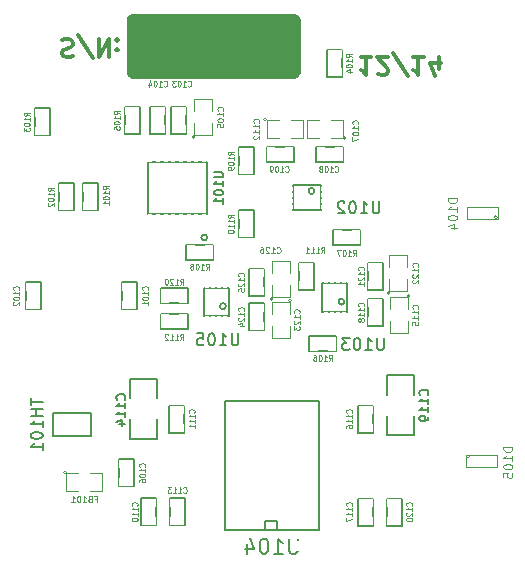
<source format=gbo>
G04 (created by PCBNEW (2013-07-07 BZR 4022)-stable) date 19.12.2014 22:13:32*
%MOIN*%
G04 Gerber Fmt 3.4, Leading zero omitted, Abs format*
%FSLAX34Y34*%
G01*
G70*
G90*
G04 APERTURE LIST*
%ADD10C,0.00590551*%
%ADD11C,0.011811*%
%ADD12C,0.0031*%
%ADD13C,0.008*%
%ADD14C,0.005*%
%ADD15C,0.0039*%
%ADD16C,0.006*%
%ADD17C,0.0047*%
%ADD18C,0.0043*%
%ADD19C,0.0045*%
%ADD20C,0.01*%
%ADD21C,0.06*%
%ADD22C,0.1063*%
%ADD23R,0.0315X0.0394*%
%ADD24R,0.045X0.02*%
%ADD25R,0.08X0.06*%
%ADD26R,0.055X0.035*%
%ADD27R,0.035X0.055*%
%ADD28R,0.045X0.025*%
%ADD29R,0.025X0.045*%
%ADD30R,0.125984X0.0590551*%
%ADD31C,0.09*%
%ADD32R,0.0314961X0.011811*%
%ADD33R,0.011811X0.0314961*%
%ADD34R,0.0138X0.0551*%
%ADD35C,0.110236*%
%ADD36C,0.035*%
G04 APERTURE END LIST*
G54D10*
G54D11*
X13565Y17789D02*
X13228Y17789D01*
X13397Y17789D02*
X13397Y17198D01*
X13340Y17282D01*
X13284Y17339D01*
X13228Y17367D01*
X13790Y17254D02*
X13818Y17226D01*
X13875Y17198D01*
X14015Y17198D01*
X14071Y17226D01*
X14100Y17254D01*
X14128Y17310D01*
X14128Y17367D01*
X14100Y17451D01*
X13762Y17789D01*
X14128Y17789D01*
X14803Y17170D02*
X14296Y17929D01*
X15309Y17789D02*
X14971Y17789D01*
X15140Y17789D02*
X15140Y17198D01*
X15084Y17282D01*
X15028Y17339D01*
X14971Y17367D01*
X15815Y17395D02*
X15815Y17789D01*
X15674Y17170D02*
X15534Y17592D01*
X15899Y17592D01*
X3271Y18360D02*
X3356Y18389D01*
X3496Y18389D01*
X3553Y18360D01*
X3581Y18332D01*
X3609Y18276D01*
X3609Y18220D01*
X3581Y18164D01*
X3553Y18135D01*
X3496Y18107D01*
X3384Y18079D01*
X3328Y18051D01*
X3300Y18023D01*
X3271Y17967D01*
X3271Y17910D01*
X3300Y17854D01*
X3328Y17826D01*
X3384Y17798D01*
X3525Y17798D01*
X3609Y17826D01*
X4284Y17770D02*
X3778Y18529D01*
X4481Y18389D02*
X4481Y17798D01*
X4818Y18389D01*
X4818Y17798D01*
X5099Y18332D02*
X5128Y18360D01*
X5099Y18389D01*
X5071Y18360D01*
X5099Y18332D01*
X5099Y18389D01*
X5099Y18023D02*
X5128Y18051D01*
X5099Y18079D01*
X5071Y18051D01*
X5099Y18023D01*
X5099Y18079D01*
G54D12*
X16849Y4488D02*
G75*
G03X16849Y4488I-62J0D01*
G74*
G01*
X17750Y4150D02*
X17750Y4550D01*
X16725Y4150D02*
X16725Y4550D01*
X17750Y4550D02*
X16725Y4550D01*
X16725Y4150D02*
X17750Y4150D01*
X17775Y12462D02*
G75*
G03X17775Y12462I-62J0D01*
G74*
G01*
X16750Y12800D02*
X16750Y12400D01*
X17775Y12800D02*
X17775Y12400D01*
X16750Y12400D02*
X17775Y12400D01*
X17775Y12800D02*
X16750Y12800D01*
G54D13*
X8675Y2029D02*
X11825Y2029D01*
X11825Y6329D02*
X8675Y6329D01*
X11825Y2029D02*
X11825Y6329D01*
X8675Y6329D02*
X8675Y2029D01*
X10425Y2029D02*
X10425Y2329D01*
X10425Y2329D02*
X10025Y2329D01*
X10025Y2329D02*
X10025Y2029D01*
G54D14*
X15000Y5200D02*
X14100Y5200D01*
X14100Y5200D02*
X14100Y5850D01*
X15000Y6550D02*
X15000Y7200D01*
X15000Y7200D02*
X14100Y7200D01*
X14100Y7200D02*
X14100Y6550D01*
X15000Y5850D02*
X15000Y5200D01*
X6425Y5079D02*
X5525Y5079D01*
X5525Y5079D02*
X5525Y5729D01*
X6425Y6429D02*
X6425Y7079D01*
X6425Y7079D02*
X5525Y7079D01*
X5525Y7079D02*
X5525Y6429D01*
X6425Y5729D02*
X6425Y5079D01*
G54D15*
X10899Y9689D02*
G75*
G03X10899Y9689I-50J0D01*
G74*
G01*
X10849Y9239D02*
X10849Y9639D01*
X10849Y9639D02*
X10249Y9639D01*
X10249Y9639D02*
X10249Y9239D01*
X10249Y8839D02*
X10249Y8439D01*
X10249Y8439D02*
X10849Y8439D01*
X10849Y8439D02*
X10849Y8839D01*
X10299Y9739D02*
G75*
G03X10299Y9739I-50J0D01*
G74*
G01*
X10249Y10189D02*
X10249Y9789D01*
X10249Y9789D02*
X10849Y9789D01*
X10849Y9789D02*
X10849Y10189D01*
X10849Y10589D02*
X10849Y10989D01*
X10849Y10989D02*
X10249Y10989D01*
X10249Y10989D02*
X10249Y10589D01*
X14849Y9839D02*
G75*
G03X14849Y9839I-50J0D01*
G74*
G01*
X14799Y9389D02*
X14799Y9789D01*
X14799Y9789D02*
X14199Y9789D01*
X14199Y9789D02*
X14199Y9389D01*
X14199Y8989D02*
X14199Y8589D01*
X14199Y8589D02*
X14799Y8589D01*
X14799Y8589D02*
X14799Y8989D01*
X14199Y9939D02*
G75*
G03X14199Y9939I-50J0D01*
G74*
G01*
X14149Y10389D02*
X14149Y9989D01*
X14149Y9989D02*
X14749Y9989D01*
X14749Y9989D02*
X14749Y10389D01*
X14749Y10789D02*
X14749Y11189D01*
X14749Y11189D02*
X14149Y11189D01*
X14149Y11189D02*
X14149Y10789D01*
X10074Y15714D02*
G75*
G03X10074Y15714I-50J0D01*
G74*
G01*
X10474Y15714D02*
X10074Y15714D01*
X10074Y15714D02*
X10074Y15114D01*
X10074Y15114D02*
X10474Y15114D01*
X10874Y15114D02*
X11274Y15114D01*
X11274Y15114D02*
X11274Y15714D01*
X11274Y15714D02*
X10874Y15714D01*
X12724Y15114D02*
G75*
G03X12724Y15114I-50J0D01*
G74*
G01*
X12224Y15114D02*
X12624Y15114D01*
X12624Y15114D02*
X12624Y15714D01*
X12624Y15714D02*
X12224Y15714D01*
X11824Y15714D02*
X11424Y15714D01*
X11424Y15714D02*
X11424Y15114D01*
X11424Y15114D02*
X11824Y15114D01*
X7699Y15139D02*
G75*
G03X7699Y15139I-50J0D01*
G74*
G01*
X7649Y15589D02*
X7649Y15189D01*
X7649Y15189D02*
X8249Y15189D01*
X8249Y15189D02*
X8249Y15589D01*
X8249Y15989D02*
X8249Y16389D01*
X8249Y16389D02*
X7649Y16389D01*
X7649Y16389D02*
X7649Y15989D01*
X3400Y3950D02*
G75*
G03X3400Y3950I-50J0D01*
G74*
G01*
X3800Y3950D02*
X3400Y3950D01*
X3400Y3950D02*
X3400Y3350D01*
X3400Y3350D02*
X3800Y3350D01*
X4200Y3350D02*
X4600Y3350D01*
X4600Y3350D02*
X4600Y3950D01*
X4600Y3950D02*
X4200Y3950D01*
G54D14*
X5350Y16150D02*
X5350Y15250D01*
X5350Y15250D02*
X5850Y15250D01*
X5850Y15250D02*
X5850Y16150D01*
X5850Y16150D02*
X5350Y16150D01*
X13949Y10039D02*
X13949Y10939D01*
X13949Y10939D02*
X13449Y10939D01*
X13449Y10939D02*
X13449Y10039D01*
X13449Y10039D02*
X13949Y10039D01*
X9499Y9589D02*
X9499Y8689D01*
X9499Y8689D02*
X9999Y8689D01*
X9999Y8689D02*
X9999Y9589D01*
X9999Y9589D02*
X9499Y9589D01*
X9999Y9839D02*
X9999Y10739D01*
X9999Y10739D02*
X9499Y10739D01*
X9499Y10739D02*
X9499Y9839D01*
X9499Y9839D02*
X9999Y9839D01*
X11499Y7989D02*
X12399Y7989D01*
X12399Y7989D02*
X12399Y8489D01*
X12399Y8489D02*
X11499Y8489D01*
X11499Y8489D02*
X11499Y7989D01*
X11649Y10039D02*
X11649Y10939D01*
X11649Y10939D02*
X11149Y10939D01*
X11149Y10939D02*
X11149Y10039D01*
X11149Y10039D02*
X11649Y10039D01*
X6549Y8739D02*
X7449Y8739D01*
X7449Y8739D02*
X7449Y9239D01*
X7449Y9239D02*
X6549Y9239D01*
X6549Y9239D02*
X6549Y8739D01*
X6549Y9589D02*
X7449Y9589D01*
X7449Y9589D02*
X7449Y10089D01*
X7449Y10089D02*
X6549Y10089D01*
X6549Y10089D02*
X6549Y9589D01*
X12624Y14814D02*
X11724Y14814D01*
X11724Y14814D02*
X11724Y14314D01*
X11724Y14314D02*
X12624Y14314D01*
X12624Y14314D02*
X12624Y14814D01*
X10074Y14314D02*
X10974Y14314D01*
X10974Y14314D02*
X10974Y14814D01*
X10974Y14814D02*
X10074Y14814D01*
X10074Y14814D02*
X10074Y14314D01*
X12100Y18050D02*
X12100Y17150D01*
X12100Y17150D02*
X12600Y17150D01*
X12600Y17150D02*
X12600Y18050D01*
X12600Y18050D02*
X12100Y18050D01*
X5249Y10289D02*
X5249Y9389D01*
X5249Y9389D02*
X5749Y9389D01*
X5749Y9389D02*
X5749Y10289D01*
X5749Y10289D02*
X5249Y10289D01*
X3649Y12689D02*
X3649Y13589D01*
X3649Y13589D02*
X3149Y13589D01*
X3149Y13589D02*
X3149Y12689D01*
X3149Y12689D02*
X3649Y12689D01*
X4449Y12689D02*
X4449Y13589D01*
X4449Y13589D02*
X3949Y13589D01*
X3949Y13589D02*
X3949Y12689D01*
X3949Y12689D02*
X4449Y12689D01*
X2350Y16100D02*
X2350Y15200D01*
X2350Y15200D02*
X2850Y15200D01*
X2850Y15200D02*
X2850Y16100D01*
X2850Y16100D02*
X2350Y16100D01*
X7325Y5279D02*
X7325Y6179D01*
X7325Y6179D02*
X6825Y6179D01*
X6825Y6179D02*
X6825Y5279D01*
X6825Y5279D02*
X7325Y5279D01*
X13625Y5279D02*
X13625Y6179D01*
X13625Y6179D02*
X13125Y6179D01*
X13125Y6179D02*
X13125Y5279D01*
X13125Y5279D02*
X13625Y5279D01*
X13125Y3079D02*
X13125Y2179D01*
X13125Y2179D02*
X13625Y2179D01*
X13625Y2179D02*
X13625Y3079D01*
X13625Y3079D02*
X13125Y3079D01*
X14075Y3079D02*
X14075Y2179D01*
X14075Y2179D02*
X14575Y2179D01*
X14575Y2179D02*
X14575Y3079D01*
X14575Y3079D02*
X14075Y3079D01*
X5900Y3100D02*
X5900Y2200D01*
X5900Y2200D02*
X6400Y2200D01*
X6400Y2200D02*
X6400Y3100D01*
X6400Y3100D02*
X5900Y3100D01*
X6850Y3100D02*
X6850Y2200D01*
X6850Y2200D02*
X7350Y2200D01*
X7350Y2200D02*
X7350Y3100D01*
X7350Y3100D02*
X6850Y3100D01*
X6699Y15239D02*
X6699Y16139D01*
X6699Y16139D02*
X6199Y16139D01*
X6199Y16139D02*
X6199Y15239D01*
X6199Y15239D02*
X6699Y15239D01*
X7399Y15239D02*
X7399Y16139D01*
X7399Y16139D02*
X6899Y16139D01*
X6899Y16139D02*
X6899Y15239D01*
X6899Y15239D02*
X7399Y15239D01*
X5650Y3500D02*
X5650Y4400D01*
X5650Y4400D02*
X5150Y4400D01*
X5150Y4400D02*
X5150Y3500D01*
X5150Y3500D02*
X5650Y3500D01*
X2049Y10289D02*
X2049Y9389D01*
X2049Y9389D02*
X2549Y9389D01*
X2549Y9389D02*
X2549Y10289D01*
X2549Y10289D02*
X2049Y10289D01*
X13449Y9739D02*
X13449Y8839D01*
X13449Y8839D02*
X13949Y8839D01*
X13949Y8839D02*
X13949Y9739D01*
X13949Y9739D02*
X13449Y9739D01*
X12299Y11539D02*
X13199Y11539D01*
X13199Y11539D02*
X13199Y12039D01*
X13199Y12039D02*
X12299Y12039D01*
X12299Y12039D02*
X12299Y11539D01*
X7400Y11050D02*
X8300Y11050D01*
X8300Y11050D02*
X8300Y11550D01*
X8300Y11550D02*
X7400Y11550D01*
X7400Y11550D02*
X7400Y11050D01*
X9649Y13889D02*
X9649Y14789D01*
X9649Y14789D02*
X9149Y14789D01*
X9149Y14789D02*
X9149Y13889D01*
X9149Y13889D02*
X9649Y13889D01*
X9649Y11789D02*
X9649Y12689D01*
X9649Y12689D02*
X9149Y12689D01*
X9149Y12689D02*
X9149Y11789D01*
X9149Y11789D02*
X9649Y11789D01*
G54D10*
X2970Y5943D02*
X2970Y5156D01*
X2970Y5156D02*
X4229Y5156D01*
X4229Y5156D02*
X4229Y5943D01*
X4229Y5943D02*
X2970Y5943D01*
X10951Y13527D02*
X10951Y12700D01*
X10951Y12700D02*
X11896Y12700D01*
X11896Y12700D02*
X11896Y13527D01*
X11896Y13527D02*
X10951Y13527D01*
G54D16*
X11668Y13337D02*
G75*
G03X11668Y13337I-100J0D01*
G74*
G01*
G54D10*
X12762Y10261D02*
X11935Y10261D01*
X11935Y10261D02*
X11935Y9316D01*
X11935Y9316D02*
X12762Y9316D01*
X12762Y9316D02*
X12762Y10261D01*
G54D16*
X12672Y9645D02*
G75*
G03X12672Y9645I-100J0D01*
G74*
G01*
G54D10*
X8812Y10111D02*
X7985Y10111D01*
X7985Y10111D02*
X7985Y9166D01*
X7985Y9166D02*
X8812Y9166D01*
X8812Y9166D02*
X8812Y10111D01*
G54D16*
X8722Y9495D02*
G75*
G03X8722Y9495I-100J0D01*
G74*
G01*
G54D13*
X8099Y11789D02*
G75*
G03X8099Y11789I-100J0D01*
G74*
G01*
X8083Y14305D02*
X8083Y12573D01*
X8083Y12573D02*
X6115Y12573D01*
X6115Y12573D02*
X6115Y14305D01*
X6115Y14305D02*
X8083Y14305D01*
G54D17*
X18271Y4807D02*
X17971Y4807D01*
X17971Y4735D01*
X17985Y4692D01*
X18014Y4664D01*
X18042Y4650D01*
X18100Y4635D01*
X18142Y4635D01*
X18200Y4650D01*
X18228Y4664D01*
X18257Y4692D01*
X18271Y4735D01*
X18271Y4807D01*
X18271Y4350D02*
X18271Y4521D01*
X18271Y4435D02*
X17971Y4435D01*
X18014Y4464D01*
X18042Y4492D01*
X18057Y4521D01*
X17971Y4164D02*
X17971Y4135D01*
X17985Y4107D01*
X18000Y4092D01*
X18028Y4078D01*
X18085Y4064D01*
X18157Y4064D01*
X18214Y4078D01*
X18242Y4092D01*
X18257Y4107D01*
X18271Y4135D01*
X18271Y4164D01*
X18257Y4192D01*
X18242Y4207D01*
X18214Y4221D01*
X18157Y4235D01*
X18085Y4235D01*
X18028Y4221D01*
X18000Y4207D01*
X17985Y4192D01*
X17971Y4164D01*
X17971Y3792D02*
X17971Y3935D01*
X18114Y3950D01*
X18100Y3935D01*
X18085Y3907D01*
X18085Y3835D01*
X18100Y3807D01*
X18114Y3792D01*
X18142Y3778D01*
X18214Y3778D01*
X18242Y3792D01*
X18257Y3807D01*
X18271Y3835D01*
X18271Y3907D01*
X18257Y3935D01*
X18242Y3950D01*
X16421Y13107D02*
X16121Y13107D01*
X16121Y13035D01*
X16135Y12992D01*
X16164Y12964D01*
X16192Y12950D01*
X16250Y12935D01*
X16292Y12935D01*
X16350Y12950D01*
X16378Y12964D01*
X16407Y12992D01*
X16421Y13035D01*
X16421Y13107D01*
X16421Y12650D02*
X16421Y12821D01*
X16421Y12735D02*
X16121Y12735D01*
X16164Y12764D01*
X16192Y12792D01*
X16207Y12821D01*
X16121Y12464D02*
X16121Y12435D01*
X16135Y12407D01*
X16150Y12392D01*
X16178Y12378D01*
X16235Y12364D01*
X16307Y12364D01*
X16364Y12378D01*
X16392Y12392D01*
X16407Y12407D01*
X16421Y12435D01*
X16421Y12464D01*
X16407Y12492D01*
X16392Y12507D01*
X16364Y12521D01*
X16307Y12535D01*
X16235Y12535D01*
X16178Y12521D01*
X16150Y12507D01*
X16135Y12492D01*
X16121Y12464D01*
X16221Y12107D02*
X16421Y12107D01*
X16107Y12178D02*
X16321Y12250D01*
X16321Y12064D01*
G54D14*
X11107Y1747D02*
X11107Y1342D01*
X11083Y1295D01*
X11059Y1271D01*
X11011Y1247D01*
X10916Y1247D01*
X10869Y1271D01*
X10845Y1295D01*
X10821Y1342D01*
X10821Y1747D01*
X10321Y1247D02*
X10607Y1247D01*
X10464Y1247D02*
X10464Y1747D01*
X10511Y1676D01*
X10559Y1628D01*
X10607Y1604D01*
X10011Y1747D02*
X9964Y1747D01*
X9916Y1723D01*
X9892Y1700D01*
X9869Y1652D01*
X9845Y1557D01*
X9845Y1438D01*
X9869Y1342D01*
X9892Y1295D01*
X9916Y1271D01*
X9964Y1247D01*
X10011Y1247D01*
X10059Y1271D01*
X10083Y1295D01*
X10107Y1342D01*
X10130Y1438D01*
X10130Y1557D01*
X10107Y1652D01*
X10083Y1700D01*
X10059Y1723D01*
X10011Y1747D01*
X9416Y1580D02*
X9416Y1247D01*
X9535Y1771D02*
X9654Y1414D01*
X9345Y1414D01*
X15442Y6535D02*
X15457Y6550D01*
X15471Y6592D01*
X15471Y6621D01*
X15457Y6664D01*
X15428Y6692D01*
X15400Y6707D01*
X15342Y6721D01*
X15300Y6721D01*
X15242Y6707D01*
X15214Y6692D01*
X15185Y6664D01*
X15171Y6621D01*
X15171Y6592D01*
X15185Y6550D01*
X15200Y6535D01*
X15471Y6250D02*
X15471Y6421D01*
X15471Y6335D02*
X15171Y6335D01*
X15214Y6364D01*
X15242Y6392D01*
X15257Y6421D01*
X15471Y5964D02*
X15471Y6135D01*
X15471Y6050D02*
X15171Y6050D01*
X15214Y6078D01*
X15242Y6107D01*
X15257Y6135D01*
X15471Y5821D02*
X15471Y5764D01*
X15457Y5735D01*
X15442Y5721D01*
X15400Y5692D01*
X15342Y5678D01*
X15228Y5678D01*
X15200Y5692D01*
X15185Y5707D01*
X15171Y5735D01*
X15171Y5792D01*
X15185Y5821D01*
X15200Y5835D01*
X15228Y5850D01*
X15300Y5850D01*
X15328Y5835D01*
X15342Y5821D01*
X15357Y5792D01*
X15357Y5735D01*
X15342Y5707D01*
X15328Y5692D01*
X15300Y5678D01*
X5342Y6385D02*
X5357Y6400D01*
X5371Y6442D01*
X5371Y6471D01*
X5357Y6514D01*
X5328Y6542D01*
X5300Y6557D01*
X5242Y6571D01*
X5200Y6571D01*
X5142Y6557D01*
X5114Y6542D01*
X5085Y6514D01*
X5071Y6471D01*
X5071Y6442D01*
X5085Y6400D01*
X5100Y6385D01*
X5371Y6100D02*
X5371Y6271D01*
X5371Y6185D02*
X5071Y6185D01*
X5114Y6214D01*
X5142Y6242D01*
X5157Y6271D01*
X5371Y5814D02*
X5371Y5985D01*
X5371Y5900D02*
X5071Y5900D01*
X5114Y5928D01*
X5142Y5957D01*
X5157Y5985D01*
X5171Y5557D02*
X5371Y5557D01*
X5057Y5628D02*
X5271Y5700D01*
X5271Y5514D01*
G54D18*
X11160Y9270D02*
X11170Y9279D01*
X11179Y9307D01*
X11179Y9326D01*
X11170Y9354D01*
X11151Y9373D01*
X11132Y9383D01*
X11095Y9392D01*
X11067Y9392D01*
X11029Y9383D01*
X11010Y9373D01*
X10992Y9354D01*
X10982Y9326D01*
X10982Y9307D01*
X10992Y9279D01*
X11001Y9270D01*
X11179Y9082D02*
X11179Y9195D01*
X11179Y9139D02*
X10982Y9139D01*
X11010Y9157D01*
X11029Y9176D01*
X11039Y9195D01*
X11001Y9007D02*
X10992Y8998D01*
X10982Y8979D01*
X10982Y8932D01*
X10992Y8913D01*
X11001Y8904D01*
X11020Y8895D01*
X11039Y8895D01*
X11067Y8904D01*
X11179Y9017D01*
X11179Y8895D01*
X10982Y8829D02*
X10982Y8707D01*
X11057Y8773D01*
X11057Y8745D01*
X11067Y8726D01*
X11076Y8716D01*
X11095Y8707D01*
X11142Y8707D01*
X11160Y8716D01*
X11170Y8726D01*
X11179Y8745D01*
X11179Y8801D01*
X11170Y8820D01*
X11160Y8829D01*
X10420Y11289D02*
X10429Y11279D01*
X10457Y11270D01*
X10476Y11270D01*
X10504Y11279D01*
X10523Y11298D01*
X10533Y11317D01*
X10542Y11354D01*
X10542Y11382D01*
X10533Y11420D01*
X10523Y11439D01*
X10504Y11457D01*
X10476Y11467D01*
X10457Y11467D01*
X10429Y11457D01*
X10420Y11448D01*
X10232Y11270D02*
X10345Y11270D01*
X10289Y11270D02*
X10289Y11467D01*
X10307Y11439D01*
X10326Y11420D01*
X10345Y11410D01*
X10157Y11448D02*
X10148Y11457D01*
X10129Y11467D01*
X10082Y11467D01*
X10063Y11457D01*
X10054Y11448D01*
X10045Y11429D01*
X10045Y11410D01*
X10054Y11382D01*
X10167Y11270D01*
X10045Y11270D01*
X9876Y11467D02*
X9913Y11467D01*
X9932Y11457D01*
X9942Y11448D01*
X9960Y11420D01*
X9970Y11382D01*
X9970Y11307D01*
X9960Y11289D01*
X9951Y11279D01*
X9932Y11270D01*
X9895Y11270D01*
X9876Y11279D01*
X9866Y11289D01*
X9857Y11307D01*
X9857Y11354D01*
X9866Y11373D01*
X9876Y11382D01*
X9895Y11392D01*
X9932Y11392D01*
X9951Y11382D01*
X9960Y11373D01*
X9970Y11354D01*
X15110Y9420D02*
X15120Y9429D01*
X15129Y9457D01*
X15129Y9476D01*
X15120Y9504D01*
X15101Y9523D01*
X15082Y9533D01*
X15045Y9542D01*
X15017Y9542D01*
X14979Y9533D01*
X14960Y9523D01*
X14942Y9504D01*
X14932Y9476D01*
X14932Y9457D01*
X14942Y9429D01*
X14951Y9420D01*
X15129Y9232D02*
X15129Y9345D01*
X15129Y9289D02*
X14932Y9289D01*
X14960Y9307D01*
X14979Y9326D01*
X14989Y9345D01*
X15129Y9045D02*
X15129Y9157D01*
X15129Y9101D02*
X14932Y9101D01*
X14960Y9120D01*
X14979Y9139D01*
X14989Y9157D01*
X14932Y8866D02*
X14932Y8960D01*
X15026Y8970D01*
X15017Y8960D01*
X15007Y8942D01*
X15007Y8895D01*
X15017Y8876D01*
X15026Y8866D01*
X15045Y8857D01*
X15092Y8857D01*
X15110Y8866D01*
X15120Y8876D01*
X15129Y8895D01*
X15129Y8942D01*
X15120Y8960D01*
X15110Y8970D01*
X15110Y10820D02*
X15120Y10829D01*
X15129Y10857D01*
X15129Y10876D01*
X15120Y10904D01*
X15101Y10923D01*
X15082Y10933D01*
X15045Y10942D01*
X15017Y10942D01*
X14979Y10933D01*
X14960Y10923D01*
X14942Y10904D01*
X14932Y10876D01*
X14932Y10857D01*
X14942Y10829D01*
X14951Y10820D01*
X15129Y10632D02*
X15129Y10745D01*
X15129Y10689D02*
X14932Y10689D01*
X14960Y10707D01*
X14979Y10726D01*
X14989Y10745D01*
X14951Y10557D02*
X14942Y10548D01*
X14932Y10529D01*
X14932Y10482D01*
X14942Y10463D01*
X14951Y10454D01*
X14970Y10445D01*
X14989Y10445D01*
X15017Y10454D01*
X15129Y10567D01*
X15129Y10445D01*
X14951Y10370D02*
X14942Y10360D01*
X14932Y10342D01*
X14932Y10295D01*
X14942Y10276D01*
X14951Y10266D01*
X14970Y10257D01*
X14989Y10257D01*
X15017Y10266D01*
X15129Y10379D01*
X15129Y10257D01*
X9810Y15620D02*
X9820Y15629D01*
X9829Y15657D01*
X9829Y15676D01*
X9820Y15704D01*
X9801Y15723D01*
X9782Y15733D01*
X9745Y15742D01*
X9717Y15742D01*
X9679Y15733D01*
X9660Y15723D01*
X9642Y15704D01*
X9632Y15676D01*
X9632Y15657D01*
X9642Y15629D01*
X9651Y15620D01*
X9829Y15432D02*
X9829Y15545D01*
X9829Y15489D02*
X9632Y15489D01*
X9660Y15507D01*
X9679Y15526D01*
X9689Y15545D01*
X9829Y15245D02*
X9829Y15357D01*
X9829Y15301D02*
X9632Y15301D01*
X9660Y15320D01*
X9679Y15339D01*
X9689Y15357D01*
X9651Y15170D02*
X9642Y15160D01*
X9632Y15142D01*
X9632Y15095D01*
X9642Y15076D01*
X9651Y15066D01*
X9670Y15057D01*
X9689Y15057D01*
X9717Y15066D01*
X9829Y15179D01*
X9829Y15057D01*
X13110Y15570D02*
X13120Y15579D01*
X13129Y15607D01*
X13129Y15626D01*
X13120Y15654D01*
X13101Y15673D01*
X13082Y15683D01*
X13045Y15692D01*
X13017Y15692D01*
X12979Y15683D01*
X12960Y15673D01*
X12942Y15654D01*
X12932Y15626D01*
X12932Y15607D01*
X12942Y15579D01*
X12951Y15570D01*
X13129Y15382D02*
X13129Y15495D01*
X13129Y15439D02*
X12932Y15439D01*
X12960Y15457D01*
X12979Y15476D01*
X12989Y15495D01*
X12932Y15260D02*
X12932Y15242D01*
X12942Y15223D01*
X12951Y15213D01*
X12970Y15204D01*
X13007Y15195D01*
X13054Y15195D01*
X13092Y15204D01*
X13110Y15213D01*
X13120Y15223D01*
X13129Y15242D01*
X13129Y15260D01*
X13120Y15279D01*
X13110Y15289D01*
X13092Y15298D01*
X13054Y15307D01*
X13007Y15307D01*
X12970Y15298D01*
X12951Y15289D01*
X12942Y15279D01*
X12932Y15260D01*
X12932Y15129D02*
X12932Y14998D01*
X13129Y15082D01*
X8610Y16020D02*
X8620Y16029D01*
X8629Y16057D01*
X8629Y16076D01*
X8620Y16104D01*
X8601Y16123D01*
X8582Y16133D01*
X8545Y16142D01*
X8517Y16142D01*
X8479Y16133D01*
X8460Y16123D01*
X8442Y16104D01*
X8432Y16076D01*
X8432Y16057D01*
X8442Y16029D01*
X8451Y16020D01*
X8629Y15832D02*
X8629Y15945D01*
X8629Y15889D02*
X8432Y15889D01*
X8460Y15907D01*
X8479Y15926D01*
X8489Y15945D01*
X8432Y15710D02*
X8432Y15692D01*
X8442Y15673D01*
X8451Y15663D01*
X8470Y15654D01*
X8507Y15645D01*
X8554Y15645D01*
X8592Y15654D01*
X8610Y15663D01*
X8620Y15673D01*
X8629Y15692D01*
X8629Y15710D01*
X8620Y15729D01*
X8610Y15739D01*
X8592Y15748D01*
X8554Y15757D01*
X8507Y15757D01*
X8470Y15748D01*
X8451Y15739D01*
X8442Y15729D01*
X8432Y15710D01*
X8432Y15466D02*
X8432Y15560D01*
X8526Y15570D01*
X8517Y15560D01*
X8507Y15542D01*
X8507Y15495D01*
X8517Y15476D01*
X8526Y15466D01*
X8545Y15457D01*
X8592Y15457D01*
X8610Y15466D01*
X8620Y15476D01*
X8629Y15495D01*
X8629Y15542D01*
X8620Y15560D01*
X8610Y15570D01*
X4351Y3073D02*
X4417Y3073D01*
X4417Y2970D02*
X4417Y3167D01*
X4323Y3167D01*
X4182Y3073D02*
X4154Y3064D01*
X4145Y3054D01*
X4136Y3035D01*
X4136Y3007D01*
X4145Y2989D01*
X4154Y2979D01*
X4173Y2970D01*
X4248Y2970D01*
X4248Y3167D01*
X4182Y3167D01*
X4164Y3157D01*
X4154Y3148D01*
X4145Y3129D01*
X4145Y3110D01*
X4154Y3092D01*
X4164Y3082D01*
X4182Y3073D01*
X4248Y3073D01*
X3948Y2970D02*
X4060Y2970D01*
X4004Y2970D02*
X4004Y3167D01*
X4023Y3139D01*
X4042Y3120D01*
X4060Y3110D01*
X3826Y3167D02*
X3807Y3167D01*
X3788Y3157D01*
X3779Y3148D01*
X3770Y3129D01*
X3760Y3092D01*
X3760Y3045D01*
X3770Y3007D01*
X3779Y2989D01*
X3788Y2979D01*
X3807Y2970D01*
X3826Y2970D01*
X3845Y2979D01*
X3854Y2989D01*
X3863Y3007D01*
X3873Y3045D01*
X3873Y3092D01*
X3863Y3129D01*
X3854Y3148D01*
X3845Y3157D01*
X3826Y3167D01*
X3573Y2970D02*
X3685Y2970D01*
X3629Y2970D02*
X3629Y3167D01*
X3648Y3139D01*
X3666Y3120D01*
X3685Y3110D01*
G54D19*
X5180Y15901D02*
X5085Y15961D01*
X5180Y16004D02*
X4980Y16004D01*
X4980Y15935D01*
X4990Y15918D01*
X5000Y15910D01*
X5019Y15901D01*
X5047Y15901D01*
X5066Y15910D01*
X5076Y15918D01*
X5085Y15935D01*
X5085Y16004D01*
X5180Y15730D02*
X5180Y15832D01*
X5180Y15781D02*
X4980Y15781D01*
X5009Y15798D01*
X5028Y15815D01*
X5038Y15832D01*
X4980Y15618D02*
X4980Y15601D01*
X4990Y15584D01*
X5000Y15575D01*
X5019Y15567D01*
X5057Y15558D01*
X5104Y15558D01*
X5142Y15567D01*
X5161Y15575D01*
X5171Y15584D01*
X5180Y15601D01*
X5180Y15618D01*
X5171Y15635D01*
X5161Y15644D01*
X5142Y15652D01*
X5104Y15661D01*
X5057Y15661D01*
X5019Y15652D01*
X5000Y15644D01*
X4990Y15635D01*
X4980Y15618D01*
X4980Y15395D02*
X4980Y15481D01*
X5076Y15489D01*
X5066Y15481D01*
X5057Y15464D01*
X5057Y15421D01*
X5066Y15404D01*
X5076Y15395D01*
X5095Y15387D01*
X5142Y15387D01*
X5161Y15395D01*
X5171Y15404D01*
X5180Y15421D01*
X5180Y15464D01*
X5171Y15481D01*
X5161Y15489D01*
X13311Y10701D02*
X13321Y10710D01*
X13330Y10735D01*
X13330Y10752D01*
X13321Y10778D01*
X13302Y10795D01*
X13283Y10804D01*
X13245Y10812D01*
X13216Y10812D01*
X13178Y10804D01*
X13159Y10795D01*
X13140Y10778D01*
X13130Y10752D01*
X13130Y10735D01*
X13140Y10710D01*
X13150Y10701D01*
X13330Y10530D02*
X13330Y10632D01*
X13330Y10581D02*
X13130Y10581D01*
X13159Y10598D01*
X13178Y10615D01*
X13188Y10632D01*
X13150Y10461D02*
X13140Y10452D01*
X13130Y10435D01*
X13130Y10392D01*
X13140Y10375D01*
X13150Y10367D01*
X13169Y10358D01*
X13188Y10358D01*
X13216Y10367D01*
X13330Y10470D01*
X13330Y10358D01*
X13330Y10187D02*
X13330Y10289D01*
X13330Y10238D02*
X13130Y10238D01*
X13159Y10255D01*
X13178Y10272D01*
X13188Y10289D01*
X9311Y9351D02*
X9321Y9360D01*
X9330Y9385D01*
X9330Y9402D01*
X9321Y9428D01*
X9302Y9445D01*
X9283Y9454D01*
X9245Y9462D01*
X9216Y9462D01*
X9178Y9454D01*
X9159Y9445D01*
X9140Y9428D01*
X9130Y9402D01*
X9130Y9385D01*
X9140Y9360D01*
X9150Y9351D01*
X9330Y9180D02*
X9330Y9282D01*
X9330Y9231D02*
X9130Y9231D01*
X9159Y9248D01*
X9178Y9265D01*
X9188Y9282D01*
X9150Y9111D02*
X9140Y9102D01*
X9130Y9085D01*
X9130Y9042D01*
X9140Y9025D01*
X9150Y9017D01*
X9169Y9008D01*
X9188Y9008D01*
X9216Y9017D01*
X9330Y9120D01*
X9330Y9008D01*
X9197Y8854D02*
X9330Y8854D01*
X9121Y8897D02*
X9264Y8939D01*
X9264Y8828D01*
X9311Y10501D02*
X9321Y10510D01*
X9330Y10535D01*
X9330Y10552D01*
X9321Y10578D01*
X9302Y10595D01*
X9283Y10604D01*
X9245Y10612D01*
X9216Y10612D01*
X9178Y10604D01*
X9159Y10595D01*
X9140Y10578D01*
X9130Y10552D01*
X9130Y10535D01*
X9140Y10510D01*
X9150Y10501D01*
X9330Y10330D02*
X9330Y10432D01*
X9330Y10381D02*
X9130Y10381D01*
X9159Y10398D01*
X9178Y10415D01*
X9188Y10432D01*
X9150Y10261D02*
X9140Y10252D01*
X9130Y10235D01*
X9130Y10192D01*
X9140Y10175D01*
X9150Y10167D01*
X9169Y10158D01*
X9188Y10158D01*
X9216Y10167D01*
X9330Y10270D01*
X9330Y10158D01*
X9130Y9995D02*
X9130Y10081D01*
X9226Y10089D01*
X9216Y10081D01*
X9207Y10064D01*
X9207Y10021D01*
X9216Y10004D01*
X9226Y9995D01*
X9245Y9987D01*
X9292Y9987D01*
X9311Y9995D01*
X9321Y10004D01*
X9330Y10021D01*
X9330Y10064D01*
X9321Y10081D01*
X9311Y10089D01*
X12151Y7669D02*
X12211Y7764D01*
X12254Y7669D02*
X12254Y7869D01*
X12185Y7869D01*
X12168Y7859D01*
X12160Y7850D01*
X12151Y7830D01*
X12151Y7802D01*
X12160Y7783D01*
X12168Y7773D01*
X12185Y7764D01*
X12254Y7764D01*
X11980Y7669D02*
X12082Y7669D01*
X12031Y7669D02*
X12031Y7869D01*
X12048Y7840D01*
X12065Y7821D01*
X12082Y7811D01*
X11868Y7869D02*
X11851Y7869D01*
X11834Y7859D01*
X11825Y7850D01*
X11817Y7830D01*
X11808Y7792D01*
X11808Y7745D01*
X11817Y7707D01*
X11825Y7688D01*
X11834Y7678D01*
X11851Y7669D01*
X11868Y7669D01*
X11885Y7678D01*
X11894Y7688D01*
X11902Y7707D01*
X11911Y7745D01*
X11911Y7792D01*
X11902Y7830D01*
X11894Y7850D01*
X11885Y7859D01*
X11868Y7869D01*
X11654Y7869D02*
X11688Y7869D01*
X11705Y7859D01*
X11714Y7850D01*
X11731Y7821D01*
X11739Y7783D01*
X11739Y7707D01*
X11731Y7688D01*
X11722Y7678D01*
X11705Y7669D01*
X11671Y7669D01*
X11654Y7678D01*
X11645Y7688D01*
X11637Y7707D01*
X11637Y7754D01*
X11645Y7773D01*
X11654Y7783D01*
X11671Y7792D01*
X11705Y7792D01*
X11722Y7783D01*
X11731Y7773D01*
X11739Y7754D01*
X11901Y11269D02*
X11961Y11364D01*
X12004Y11269D02*
X12004Y11469D01*
X11935Y11469D01*
X11918Y11459D01*
X11910Y11450D01*
X11901Y11430D01*
X11901Y11402D01*
X11910Y11383D01*
X11918Y11373D01*
X11935Y11364D01*
X12004Y11364D01*
X11730Y11269D02*
X11832Y11269D01*
X11781Y11269D02*
X11781Y11469D01*
X11798Y11440D01*
X11815Y11421D01*
X11832Y11411D01*
X11558Y11269D02*
X11661Y11269D01*
X11610Y11269D02*
X11610Y11469D01*
X11627Y11440D01*
X11644Y11421D01*
X11661Y11411D01*
X11387Y11269D02*
X11489Y11269D01*
X11438Y11269D02*
X11438Y11469D01*
X11455Y11440D01*
X11472Y11421D01*
X11489Y11411D01*
X7201Y8369D02*
X7261Y8464D01*
X7304Y8369D02*
X7304Y8569D01*
X7235Y8569D01*
X7218Y8559D01*
X7210Y8550D01*
X7201Y8530D01*
X7201Y8502D01*
X7210Y8483D01*
X7218Y8473D01*
X7235Y8464D01*
X7304Y8464D01*
X7030Y8369D02*
X7132Y8369D01*
X7081Y8369D02*
X7081Y8569D01*
X7098Y8540D01*
X7115Y8521D01*
X7132Y8511D01*
X6858Y8369D02*
X6961Y8369D01*
X6910Y8369D02*
X6910Y8569D01*
X6927Y8540D01*
X6944Y8521D01*
X6961Y8511D01*
X6789Y8550D02*
X6781Y8559D01*
X6764Y8569D01*
X6721Y8569D01*
X6704Y8559D01*
X6695Y8550D01*
X6687Y8530D01*
X6687Y8511D01*
X6695Y8483D01*
X6798Y8369D01*
X6687Y8369D01*
X7201Y10219D02*
X7261Y10314D01*
X7304Y10219D02*
X7304Y10419D01*
X7235Y10419D01*
X7218Y10409D01*
X7210Y10400D01*
X7201Y10380D01*
X7201Y10352D01*
X7210Y10333D01*
X7218Y10323D01*
X7235Y10314D01*
X7304Y10314D01*
X7030Y10219D02*
X7132Y10219D01*
X7081Y10219D02*
X7081Y10419D01*
X7098Y10390D01*
X7115Y10371D01*
X7132Y10361D01*
X6961Y10400D02*
X6952Y10409D01*
X6935Y10419D01*
X6892Y10419D01*
X6875Y10409D01*
X6867Y10400D01*
X6858Y10380D01*
X6858Y10361D01*
X6867Y10333D01*
X6970Y10219D01*
X6858Y10219D01*
X6747Y10419D02*
X6729Y10419D01*
X6712Y10409D01*
X6704Y10400D01*
X6695Y10380D01*
X6687Y10342D01*
X6687Y10295D01*
X6695Y10257D01*
X6704Y10238D01*
X6712Y10228D01*
X6729Y10219D01*
X6747Y10219D01*
X6764Y10228D01*
X6772Y10238D01*
X6781Y10257D01*
X6789Y10295D01*
X6789Y10342D01*
X6781Y10380D01*
X6772Y10400D01*
X6764Y10409D01*
X6747Y10419D01*
X12351Y13988D02*
X12360Y13978D01*
X12385Y13969D01*
X12402Y13969D01*
X12428Y13978D01*
X12445Y13997D01*
X12454Y14016D01*
X12462Y14054D01*
X12462Y14083D01*
X12454Y14121D01*
X12445Y14140D01*
X12428Y14159D01*
X12402Y14169D01*
X12385Y14169D01*
X12360Y14159D01*
X12351Y14150D01*
X12180Y13969D02*
X12282Y13969D01*
X12231Y13969D02*
X12231Y14169D01*
X12248Y14140D01*
X12265Y14121D01*
X12282Y14111D01*
X12068Y14169D02*
X12051Y14169D01*
X12034Y14159D01*
X12025Y14150D01*
X12017Y14130D01*
X12008Y14092D01*
X12008Y14045D01*
X12017Y14007D01*
X12025Y13988D01*
X12034Y13978D01*
X12051Y13969D01*
X12068Y13969D01*
X12085Y13978D01*
X12094Y13988D01*
X12102Y14007D01*
X12111Y14045D01*
X12111Y14092D01*
X12102Y14130D01*
X12094Y14150D01*
X12085Y14159D01*
X12068Y14169D01*
X11905Y14083D02*
X11922Y14092D01*
X11931Y14102D01*
X11939Y14121D01*
X11939Y14130D01*
X11931Y14150D01*
X11922Y14159D01*
X11905Y14169D01*
X11871Y14169D01*
X11854Y14159D01*
X11845Y14150D01*
X11837Y14130D01*
X11837Y14121D01*
X11845Y14102D01*
X11854Y14092D01*
X11871Y14083D01*
X11905Y14083D01*
X11922Y14073D01*
X11931Y14064D01*
X11939Y14045D01*
X11939Y14007D01*
X11931Y13988D01*
X11922Y13978D01*
X11905Y13969D01*
X11871Y13969D01*
X11854Y13978D01*
X11845Y13988D01*
X11837Y14007D01*
X11837Y14045D01*
X11845Y14064D01*
X11854Y14073D01*
X11871Y14083D01*
X10701Y13988D02*
X10710Y13978D01*
X10735Y13969D01*
X10752Y13969D01*
X10778Y13978D01*
X10795Y13997D01*
X10804Y14016D01*
X10812Y14054D01*
X10812Y14083D01*
X10804Y14121D01*
X10795Y14140D01*
X10778Y14159D01*
X10752Y14169D01*
X10735Y14169D01*
X10710Y14159D01*
X10701Y14150D01*
X10530Y13969D02*
X10632Y13969D01*
X10581Y13969D02*
X10581Y14169D01*
X10598Y14140D01*
X10615Y14121D01*
X10632Y14111D01*
X10418Y14169D02*
X10401Y14169D01*
X10384Y14159D01*
X10375Y14150D01*
X10367Y14130D01*
X10358Y14092D01*
X10358Y14045D01*
X10367Y14007D01*
X10375Y13988D01*
X10384Y13978D01*
X10401Y13969D01*
X10418Y13969D01*
X10435Y13978D01*
X10444Y13988D01*
X10452Y14007D01*
X10461Y14045D01*
X10461Y14092D01*
X10452Y14130D01*
X10444Y14150D01*
X10435Y14159D01*
X10418Y14169D01*
X10272Y13969D02*
X10238Y13969D01*
X10221Y13978D01*
X10212Y13988D01*
X10195Y14016D01*
X10187Y14054D01*
X10187Y14130D01*
X10195Y14150D01*
X10204Y14159D01*
X10221Y14169D01*
X10255Y14169D01*
X10272Y14159D01*
X10281Y14150D01*
X10289Y14130D01*
X10289Y14083D01*
X10281Y14064D01*
X10272Y14054D01*
X10255Y14045D01*
X10221Y14045D01*
X10204Y14054D01*
X10195Y14064D01*
X10187Y14083D01*
X12930Y17801D02*
X12835Y17861D01*
X12930Y17904D02*
X12730Y17904D01*
X12730Y17835D01*
X12740Y17818D01*
X12750Y17810D01*
X12769Y17801D01*
X12797Y17801D01*
X12816Y17810D01*
X12826Y17818D01*
X12835Y17835D01*
X12835Y17904D01*
X12930Y17630D02*
X12930Y17732D01*
X12930Y17681D02*
X12730Y17681D01*
X12759Y17698D01*
X12778Y17715D01*
X12788Y17732D01*
X12730Y17518D02*
X12730Y17501D01*
X12740Y17484D01*
X12750Y17475D01*
X12769Y17467D01*
X12807Y17458D01*
X12854Y17458D01*
X12892Y17467D01*
X12911Y17475D01*
X12921Y17484D01*
X12930Y17501D01*
X12930Y17518D01*
X12921Y17535D01*
X12911Y17544D01*
X12892Y17552D01*
X12854Y17561D01*
X12807Y17561D01*
X12769Y17552D01*
X12750Y17544D01*
X12740Y17535D01*
X12730Y17518D01*
X12797Y17304D02*
X12930Y17304D01*
X12721Y17347D02*
X12864Y17389D01*
X12864Y17278D01*
X6111Y10051D02*
X6121Y10060D01*
X6130Y10085D01*
X6130Y10102D01*
X6121Y10128D01*
X6102Y10145D01*
X6083Y10154D01*
X6045Y10162D01*
X6016Y10162D01*
X5978Y10154D01*
X5959Y10145D01*
X5940Y10128D01*
X5930Y10102D01*
X5930Y10085D01*
X5940Y10060D01*
X5950Y10051D01*
X6130Y9880D02*
X6130Y9982D01*
X6130Y9931D02*
X5930Y9931D01*
X5959Y9948D01*
X5978Y9965D01*
X5988Y9982D01*
X5930Y9768D02*
X5930Y9751D01*
X5940Y9734D01*
X5950Y9725D01*
X5969Y9717D01*
X6007Y9708D01*
X6054Y9708D01*
X6092Y9717D01*
X6111Y9725D01*
X6121Y9734D01*
X6130Y9751D01*
X6130Y9768D01*
X6121Y9785D01*
X6111Y9794D01*
X6092Y9802D01*
X6054Y9811D01*
X6007Y9811D01*
X5969Y9802D01*
X5950Y9794D01*
X5940Y9785D01*
X5930Y9768D01*
X6130Y9537D02*
X6130Y9639D01*
X6130Y9588D02*
X5930Y9588D01*
X5959Y9605D01*
X5978Y9622D01*
X5988Y9639D01*
X2980Y13351D02*
X2885Y13411D01*
X2980Y13454D02*
X2780Y13454D01*
X2780Y13385D01*
X2790Y13368D01*
X2800Y13360D01*
X2819Y13351D01*
X2847Y13351D01*
X2866Y13360D01*
X2876Y13368D01*
X2885Y13385D01*
X2885Y13454D01*
X2980Y13180D02*
X2980Y13282D01*
X2980Y13231D02*
X2780Y13231D01*
X2809Y13248D01*
X2828Y13265D01*
X2838Y13282D01*
X2780Y13068D02*
X2780Y13051D01*
X2790Y13034D01*
X2800Y13025D01*
X2819Y13017D01*
X2857Y13008D01*
X2904Y13008D01*
X2942Y13017D01*
X2961Y13025D01*
X2971Y13034D01*
X2980Y13051D01*
X2980Y13068D01*
X2971Y13085D01*
X2961Y13094D01*
X2942Y13102D01*
X2904Y13111D01*
X2857Y13111D01*
X2819Y13102D01*
X2800Y13094D01*
X2790Y13085D01*
X2780Y13068D01*
X2800Y12939D02*
X2790Y12931D01*
X2780Y12914D01*
X2780Y12871D01*
X2790Y12854D01*
X2800Y12845D01*
X2819Y12837D01*
X2838Y12837D01*
X2866Y12845D01*
X2980Y12948D01*
X2980Y12837D01*
X4830Y13401D02*
X4735Y13461D01*
X4830Y13504D02*
X4630Y13504D01*
X4630Y13435D01*
X4640Y13418D01*
X4650Y13410D01*
X4669Y13401D01*
X4697Y13401D01*
X4716Y13410D01*
X4726Y13418D01*
X4735Y13435D01*
X4735Y13504D01*
X4830Y13230D02*
X4830Y13332D01*
X4830Y13281D02*
X4630Y13281D01*
X4659Y13298D01*
X4678Y13315D01*
X4688Y13332D01*
X4630Y13118D02*
X4630Y13101D01*
X4640Y13084D01*
X4650Y13075D01*
X4669Y13067D01*
X4707Y13058D01*
X4754Y13058D01*
X4792Y13067D01*
X4811Y13075D01*
X4821Y13084D01*
X4830Y13101D01*
X4830Y13118D01*
X4821Y13135D01*
X4811Y13144D01*
X4792Y13152D01*
X4754Y13161D01*
X4707Y13161D01*
X4669Y13152D01*
X4650Y13144D01*
X4640Y13135D01*
X4630Y13118D01*
X4830Y12887D02*
X4830Y12989D01*
X4830Y12938D02*
X4630Y12938D01*
X4659Y12955D01*
X4678Y12972D01*
X4688Y12989D01*
X2180Y15851D02*
X2085Y15911D01*
X2180Y15954D02*
X1980Y15954D01*
X1980Y15885D01*
X1990Y15868D01*
X2000Y15860D01*
X2019Y15851D01*
X2047Y15851D01*
X2066Y15860D01*
X2076Y15868D01*
X2085Y15885D01*
X2085Y15954D01*
X2180Y15680D02*
X2180Y15782D01*
X2180Y15731D02*
X1980Y15731D01*
X2009Y15748D01*
X2028Y15765D01*
X2038Y15782D01*
X1980Y15568D02*
X1980Y15551D01*
X1990Y15534D01*
X2000Y15525D01*
X2019Y15517D01*
X2057Y15508D01*
X2104Y15508D01*
X2142Y15517D01*
X2161Y15525D01*
X2171Y15534D01*
X2180Y15551D01*
X2180Y15568D01*
X2171Y15585D01*
X2161Y15594D01*
X2142Y15602D01*
X2104Y15611D01*
X2057Y15611D01*
X2019Y15602D01*
X2000Y15594D01*
X1990Y15585D01*
X1980Y15568D01*
X1980Y15448D02*
X1980Y15337D01*
X2057Y15397D01*
X2057Y15371D01*
X2066Y15354D01*
X2076Y15345D01*
X2095Y15337D01*
X2142Y15337D01*
X2161Y15345D01*
X2171Y15354D01*
X2180Y15371D01*
X2180Y15422D01*
X2171Y15439D01*
X2161Y15448D01*
X7661Y5951D02*
X7671Y5960D01*
X7680Y5985D01*
X7680Y6002D01*
X7671Y6028D01*
X7652Y6045D01*
X7633Y6054D01*
X7595Y6062D01*
X7566Y6062D01*
X7528Y6054D01*
X7509Y6045D01*
X7490Y6028D01*
X7480Y6002D01*
X7480Y5985D01*
X7490Y5960D01*
X7500Y5951D01*
X7680Y5780D02*
X7680Y5882D01*
X7680Y5831D02*
X7480Y5831D01*
X7509Y5848D01*
X7528Y5865D01*
X7538Y5882D01*
X7680Y5608D02*
X7680Y5711D01*
X7680Y5660D02*
X7480Y5660D01*
X7509Y5677D01*
X7528Y5694D01*
X7538Y5711D01*
X7680Y5437D02*
X7680Y5539D01*
X7680Y5488D02*
X7480Y5488D01*
X7509Y5505D01*
X7528Y5522D01*
X7538Y5539D01*
X12911Y5951D02*
X12921Y5960D01*
X12930Y5985D01*
X12930Y6002D01*
X12921Y6028D01*
X12902Y6045D01*
X12883Y6054D01*
X12845Y6062D01*
X12816Y6062D01*
X12778Y6054D01*
X12759Y6045D01*
X12740Y6028D01*
X12730Y6002D01*
X12730Y5985D01*
X12740Y5960D01*
X12750Y5951D01*
X12930Y5780D02*
X12930Y5882D01*
X12930Y5831D02*
X12730Y5831D01*
X12759Y5848D01*
X12778Y5865D01*
X12788Y5882D01*
X12930Y5608D02*
X12930Y5711D01*
X12930Y5660D02*
X12730Y5660D01*
X12759Y5677D01*
X12778Y5694D01*
X12788Y5711D01*
X12730Y5454D02*
X12730Y5488D01*
X12740Y5505D01*
X12750Y5514D01*
X12778Y5531D01*
X12816Y5539D01*
X12892Y5539D01*
X12911Y5531D01*
X12921Y5522D01*
X12930Y5505D01*
X12930Y5471D01*
X12921Y5454D01*
X12911Y5445D01*
X12892Y5437D01*
X12845Y5437D01*
X12826Y5445D01*
X12816Y5454D01*
X12807Y5471D01*
X12807Y5505D01*
X12816Y5522D01*
X12826Y5531D01*
X12845Y5539D01*
X12911Y2851D02*
X12921Y2860D01*
X12930Y2885D01*
X12930Y2902D01*
X12921Y2928D01*
X12902Y2945D01*
X12883Y2954D01*
X12845Y2962D01*
X12816Y2962D01*
X12778Y2954D01*
X12759Y2945D01*
X12740Y2928D01*
X12730Y2902D01*
X12730Y2885D01*
X12740Y2860D01*
X12750Y2851D01*
X12930Y2680D02*
X12930Y2782D01*
X12930Y2731D02*
X12730Y2731D01*
X12759Y2748D01*
X12778Y2765D01*
X12788Y2782D01*
X12930Y2508D02*
X12930Y2611D01*
X12930Y2560D02*
X12730Y2560D01*
X12759Y2577D01*
X12778Y2594D01*
X12788Y2611D01*
X12730Y2448D02*
X12730Y2328D01*
X12930Y2405D01*
X14911Y2851D02*
X14921Y2860D01*
X14930Y2885D01*
X14930Y2902D01*
X14921Y2928D01*
X14902Y2945D01*
X14883Y2954D01*
X14845Y2962D01*
X14816Y2962D01*
X14778Y2954D01*
X14759Y2945D01*
X14740Y2928D01*
X14730Y2902D01*
X14730Y2885D01*
X14740Y2860D01*
X14750Y2851D01*
X14930Y2680D02*
X14930Y2782D01*
X14930Y2731D02*
X14730Y2731D01*
X14759Y2748D01*
X14778Y2765D01*
X14788Y2782D01*
X14750Y2611D02*
X14740Y2602D01*
X14730Y2585D01*
X14730Y2542D01*
X14740Y2525D01*
X14750Y2517D01*
X14769Y2508D01*
X14788Y2508D01*
X14816Y2517D01*
X14930Y2620D01*
X14930Y2508D01*
X14730Y2397D02*
X14730Y2379D01*
X14740Y2362D01*
X14750Y2354D01*
X14769Y2345D01*
X14807Y2337D01*
X14854Y2337D01*
X14892Y2345D01*
X14911Y2354D01*
X14921Y2362D01*
X14930Y2379D01*
X14930Y2397D01*
X14921Y2414D01*
X14911Y2422D01*
X14892Y2431D01*
X14854Y2439D01*
X14807Y2439D01*
X14769Y2431D01*
X14750Y2422D01*
X14740Y2414D01*
X14730Y2397D01*
X5761Y2851D02*
X5771Y2860D01*
X5780Y2885D01*
X5780Y2902D01*
X5771Y2928D01*
X5752Y2945D01*
X5733Y2954D01*
X5695Y2962D01*
X5666Y2962D01*
X5628Y2954D01*
X5609Y2945D01*
X5590Y2928D01*
X5580Y2902D01*
X5580Y2885D01*
X5590Y2860D01*
X5600Y2851D01*
X5780Y2680D02*
X5780Y2782D01*
X5780Y2731D02*
X5580Y2731D01*
X5609Y2748D01*
X5628Y2765D01*
X5638Y2782D01*
X5780Y2508D02*
X5780Y2611D01*
X5780Y2560D02*
X5580Y2560D01*
X5609Y2577D01*
X5628Y2594D01*
X5638Y2611D01*
X5580Y2397D02*
X5580Y2379D01*
X5590Y2362D01*
X5600Y2354D01*
X5619Y2345D01*
X5657Y2337D01*
X5704Y2337D01*
X5742Y2345D01*
X5761Y2354D01*
X5771Y2362D01*
X5780Y2379D01*
X5780Y2397D01*
X5771Y2414D01*
X5761Y2422D01*
X5742Y2431D01*
X5704Y2439D01*
X5657Y2439D01*
X5619Y2431D01*
X5600Y2422D01*
X5590Y2414D01*
X5580Y2397D01*
X7301Y3288D02*
X7310Y3278D01*
X7335Y3269D01*
X7352Y3269D01*
X7378Y3278D01*
X7395Y3297D01*
X7404Y3316D01*
X7412Y3354D01*
X7412Y3383D01*
X7404Y3421D01*
X7395Y3440D01*
X7378Y3459D01*
X7352Y3469D01*
X7335Y3469D01*
X7310Y3459D01*
X7301Y3450D01*
X7130Y3269D02*
X7232Y3269D01*
X7181Y3269D02*
X7181Y3469D01*
X7198Y3440D01*
X7215Y3421D01*
X7232Y3411D01*
X6958Y3269D02*
X7061Y3269D01*
X7010Y3269D02*
X7010Y3469D01*
X7027Y3440D01*
X7044Y3421D01*
X7061Y3411D01*
X6898Y3469D02*
X6787Y3469D01*
X6847Y3392D01*
X6821Y3392D01*
X6804Y3383D01*
X6795Y3373D01*
X6787Y3354D01*
X6787Y3307D01*
X6795Y3288D01*
X6804Y3278D01*
X6821Y3269D01*
X6872Y3269D01*
X6889Y3278D01*
X6898Y3288D01*
X6651Y16838D02*
X6660Y16828D01*
X6685Y16819D01*
X6702Y16819D01*
X6728Y16828D01*
X6745Y16847D01*
X6754Y16866D01*
X6762Y16904D01*
X6762Y16933D01*
X6754Y16971D01*
X6745Y16990D01*
X6728Y17009D01*
X6702Y17019D01*
X6685Y17019D01*
X6660Y17009D01*
X6651Y17000D01*
X6480Y16819D02*
X6582Y16819D01*
X6531Y16819D02*
X6531Y17019D01*
X6548Y16990D01*
X6565Y16971D01*
X6582Y16961D01*
X6368Y17019D02*
X6351Y17019D01*
X6334Y17009D01*
X6325Y17000D01*
X6317Y16980D01*
X6308Y16942D01*
X6308Y16895D01*
X6317Y16857D01*
X6325Y16838D01*
X6334Y16828D01*
X6351Y16819D01*
X6368Y16819D01*
X6385Y16828D01*
X6394Y16838D01*
X6402Y16857D01*
X6411Y16895D01*
X6411Y16942D01*
X6402Y16980D01*
X6394Y17000D01*
X6385Y17009D01*
X6368Y17019D01*
X6154Y16952D02*
X6154Y16819D01*
X6197Y17028D02*
X6239Y16885D01*
X6128Y16885D01*
X7451Y16838D02*
X7460Y16828D01*
X7485Y16819D01*
X7502Y16819D01*
X7528Y16828D01*
X7545Y16847D01*
X7554Y16866D01*
X7562Y16904D01*
X7562Y16933D01*
X7554Y16971D01*
X7545Y16990D01*
X7528Y17009D01*
X7502Y17019D01*
X7485Y17019D01*
X7460Y17009D01*
X7451Y17000D01*
X7280Y16819D02*
X7382Y16819D01*
X7331Y16819D02*
X7331Y17019D01*
X7348Y16990D01*
X7365Y16971D01*
X7382Y16961D01*
X7168Y17019D02*
X7151Y17019D01*
X7134Y17009D01*
X7125Y17000D01*
X7117Y16980D01*
X7108Y16942D01*
X7108Y16895D01*
X7117Y16857D01*
X7125Y16838D01*
X7134Y16828D01*
X7151Y16819D01*
X7168Y16819D01*
X7185Y16828D01*
X7194Y16838D01*
X7202Y16857D01*
X7211Y16895D01*
X7211Y16942D01*
X7202Y16980D01*
X7194Y17000D01*
X7185Y17009D01*
X7168Y17019D01*
X7048Y17019D02*
X6937Y17019D01*
X6997Y16942D01*
X6971Y16942D01*
X6954Y16933D01*
X6945Y16923D01*
X6937Y16904D01*
X6937Y16857D01*
X6945Y16838D01*
X6954Y16828D01*
X6971Y16819D01*
X7022Y16819D01*
X7039Y16828D01*
X7048Y16838D01*
X6011Y4151D02*
X6021Y4160D01*
X6030Y4185D01*
X6030Y4202D01*
X6021Y4228D01*
X6002Y4245D01*
X5983Y4254D01*
X5945Y4262D01*
X5916Y4262D01*
X5878Y4254D01*
X5859Y4245D01*
X5840Y4228D01*
X5830Y4202D01*
X5830Y4185D01*
X5840Y4160D01*
X5850Y4151D01*
X6030Y3980D02*
X6030Y4082D01*
X6030Y4031D02*
X5830Y4031D01*
X5859Y4048D01*
X5878Y4065D01*
X5888Y4082D01*
X5830Y3868D02*
X5830Y3851D01*
X5840Y3834D01*
X5850Y3825D01*
X5869Y3817D01*
X5907Y3808D01*
X5954Y3808D01*
X5992Y3817D01*
X6011Y3825D01*
X6021Y3834D01*
X6030Y3851D01*
X6030Y3868D01*
X6021Y3885D01*
X6011Y3894D01*
X5992Y3902D01*
X5954Y3911D01*
X5907Y3911D01*
X5869Y3902D01*
X5850Y3894D01*
X5840Y3885D01*
X5830Y3868D01*
X5830Y3654D02*
X5830Y3688D01*
X5840Y3705D01*
X5850Y3714D01*
X5878Y3731D01*
X5916Y3739D01*
X5992Y3739D01*
X6011Y3731D01*
X6021Y3722D01*
X6030Y3705D01*
X6030Y3671D01*
X6021Y3654D01*
X6011Y3645D01*
X5992Y3637D01*
X5945Y3637D01*
X5926Y3645D01*
X5916Y3654D01*
X5907Y3671D01*
X5907Y3705D01*
X5916Y3722D01*
X5926Y3731D01*
X5945Y3739D01*
X1811Y10051D02*
X1821Y10060D01*
X1830Y10085D01*
X1830Y10102D01*
X1821Y10128D01*
X1802Y10145D01*
X1783Y10154D01*
X1745Y10162D01*
X1716Y10162D01*
X1678Y10154D01*
X1659Y10145D01*
X1640Y10128D01*
X1630Y10102D01*
X1630Y10085D01*
X1640Y10060D01*
X1650Y10051D01*
X1830Y9880D02*
X1830Y9982D01*
X1830Y9931D02*
X1630Y9931D01*
X1659Y9948D01*
X1678Y9965D01*
X1688Y9982D01*
X1630Y9768D02*
X1630Y9751D01*
X1640Y9734D01*
X1650Y9725D01*
X1669Y9717D01*
X1707Y9708D01*
X1754Y9708D01*
X1792Y9717D01*
X1811Y9725D01*
X1821Y9734D01*
X1830Y9751D01*
X1830Y9768D01*
X1821Y9785D01*
X1811Y9794D01*
X1792Y9802D01*
X1754Y9811D01*
X1707Y9811D01*
X1669Y9802D01*
X1650Y9794D01*
X1640Y9785D01*
X1630Y9768D01*
X1650Y9639D02*
X1640Y9631D01*
X1630Y9614D01*
X1630Y9571D01*
X1640Y9554D01*
X1650Y9545D01*
X1669Y9537D01*
X1688Y9537D01*
X1716Y9545D01*
X1830Y9648D01*
X1830Y9537D01*
X13311Y9501D02*
X13321Y9510D01*
X13330Y9535D01*
X13330Y9552D01*
X13321Y9578D01*
X13302Y9595D01*
X13283Y9604D01*
X13245Y9612D01*
X13216Y9612D01*
X13178Y9604D01*
X13159Y9595D01*
X13140Y9578D01*
X13130Y9552D01*
X13130Y9535D01*
X13140Y9510D01*
X13150Y9501D01*
X13330Y9330D02*
X13330Y9432D01*
X13330Y9381D02*
X13130Y9381D01*
X13159Y9398D01*
X13178Y9415D01*
X13188Y9432D01*
X13330Y9158D02*
X13330Y9261D01*
X13330Y9210D02*
X13130Y9210D01*
X13159Y9227D01*
X13178Y9244D01*
X13188Y9261D01*
X13216Y9055D02*
X13207Y9072D01*
X13197Y9081D01*
X13178Y9089D01*
X13169Y9089D01*
X13150Y9081D01*
X13140Y9072D01*
X13130Y9055D01*
X13130Y9021D01*
X13140Y9004D01*
X13150Y8995D01*
X13169Y8987D01*
X13178Y8987D01*
X13197Y8995D01*
X13207Y9004D01*
X13216Y9021D01*
X13216Y9055D01*
X13226Y9072D01*
X13235Y9081D01*
X13254Y9089D01*
X13292Y9089D01*
X13311Y9081D01*
X13321Y9072D01*
X13330Y9055D01*
X13330Y9021D01*
X13321Y9004D01*
X13311Y8995D01*
X13292Y8987D01*
X13254Y8987D01*
X13235Y8995D01*
X13226Y9004D01*
X13216Y9021D01*
X12951Y11169D02*
X13011Y11264D01*
X13054Y11169D02*
X13054Y11369D01*
X12985Y11369D01*
X12968Y11359D01*
X12960Y11350D01*
X12951Y11330D01*
X12951Y11302D01*
X12960Y11283D01*
X12968Y11273D01*
X12985Y11264D01*
X13054Y11264D01*
X12780Y11169D02*
X12882Y11169D01*
X12831Y11169D02*
X12831Y11369D01*
X12848Y11340D01*
X12865Y11321D01*
X12882Y11311D01*
X12668Y11369D02*
X12651Y11369D01*
X12634Y11359D01*
X12625Y11350D01*
X12617Y11330D01*
X12608Y11292D01*
X12608Y11245D01*
X12617Y11207D01*
X12625Y11188D01*
X12634Y11178D01*
X12651Y11169D01*
X12668Y11169D01*
X12685Y11178D01*
X12694Y11188D01*
X12702Y11207D01*
X12711Y11245D01*
X12711Y11292D01*
X12702Y11330D01*
X12694Y11350D01*
X12685Y11359D01*
X12668Y11369D01*
X12548Y11369D02*
X12428Y11369D01*
X12505Y11169D01*
X8051Y10719D02*
X8111Y10814D01*
X8154Y10719D02*
X8154Y10919D01*
X8085Y10919D01*
X8068Y10909D01*
X8060Y10900D01*
X8051Y10880D01*
X8051Y10852D01*
X8060Y10833D01*
X8068Y10823D01*
X8085Y10814D01*
X8154Y10814D01*
X7880Y10719D02*
X7982Y10719D01*
X7931Y10719D02*
X7931Y10919D01*
X7948Y10890D01*
X7965Y10871D01*
X7982Y10861D01*
X7768Y10919D02*
X7751Y10919D01*
X7734Y10909D01*
X7725Y10900D01*
X7717Y10880D01*
X7708Y10842D01*
X7708Y10795D01*
X7717Y10757D01*
X7725Y10738D01*
X7734Y10728D01*
X7751Y10719D01*
X7768Y10719D01*
X7785Y10728D01*
X7794Y10738D01*
X7802Y10757D01*
X7811Y10795D01*
X7811Y10842D01*
X7802Y10880D01*
X7794Y10900D01*
X7785Y10909D01*
X7768Y10919D01*
X7605Y10833D02*
X7622Y10842D01*
X7631Y10852D01*
X7639Y10871D01*
X7639Y10880D01*
X7631Y10900D01*
X7622Y10909D01*
X7605Y10919D01*
X7571Y10919D01*
X7554Y10909D01*
X7545Y10900D01*
X7537Y10880D01*
X7537Y10871D01*
X7545Y10852D01*
X7554Y10842D01*
X7571Y10833D01*
X7605Y10833D01*
X7622Y10823D01*
X7631Y10814D01*
X7639Y10795D01*
X7639Y10757D01*
X7631Y10738D01*
X7622Y10728D01*
X7605Y10719D01*
X7571Y10719D01*
X7554Y10728D01*
X7545Y10738D01*
X7537Y10757D01*
X7537Y10795D01*
X7545Y10814D01*
X7554Y10823D01*
X7571Y10833D01*
X8980Y14551D02*
X8885Y14611D01*
X8980Y14654D02*
X8780Y14654D01*
X8780Y14585D01*
X8790Y14568D01*
X8800Y14560D01*
X8819Y14551D01*
X8847Y14551D01*
X8866Y14560D01*
X8876Y14568D01*
X8885Y14585D01*
X8885Y14654D01*
X8980Y14380D02*
X8980Y14482D01*
X8980Y14431D02*
X8780Y14431D01*
X8809Y14448D01*
X8828Y14465D01*
X8838Y14482D01*
X8780Y14268D02*
X8780Y14251D01*
X8790Y14234D01*
X8800Y14225D01*
X8819Y14217D01*
X8857Y14208D01*
X8904Y14208D01*
X8942Y14217D01*
X8961Y14225D01*
X8971Y14234D01*
X8980Y14251D01*
X8980Y14268D01*
X8971Y14285D01*
X8961Y14294D01*
X8942Y14302D01*
X8904Y14311D01*
X8857Y14311D01*
X8819Y14302D01*
X8800Y14294D01*
X8790Y14285D01*
X8780Y14268D01*
X8980Y14122D02*
X8980Y14088D01*
X8971Y14071D01*
X8961Y14062D01*
X8933Y14045D01*
X8895Y14037D01*
X8819Y14037D01*
X8800Y14045D01*
X8790Y14054D01*
X8780Y14071D01*
X8780Y14105D01*
X8790Y14122D01*
X8800Y14131D01*
X8819Y14139D01*
X8866Y14139D01*
X8885Y14131D01*
X8895Y14122D01*
X8904Y14105D01*
X8904Y14071D01*
X8895Y14054D01*
X8885Y14045D01*
X8866Y14037D01*
X8980Y12451D02*
X8885Y12511D01*
X8980Y12554D02*
X8780Y12554D01*
X8780Y12485D01*
X8790Y12468D01*
X8800Y12460D01*
X8819Y12451D01*
X8847Y12451D01*
X8866Y12460D01*
X8876Y12468D01*
X8885Y12485D01*
X8885Y12554D01*
X8980Y12280D02*
X8980Y12382D01*
X8980Y12331D02*
X8780Y12331D01*
X8809Y12348D01*
X8828Y12365D01*
X8838Y12382D01*
X8980Y12108D02*
X8980Y12211D01*
X8980Y12160D02*
X8780Y12160D01*
X8809Y12177D01*
X8828Y12194D01*
X8838Y12211D01*
X8780Y11997D02*
X8780Y11979D01*
X8790Y11962D01*
X8800Y11954D01*
X8819Y11945D01*
X8857Y11937D01*
X8904Y11937D01*
X8942Y11945D01*
X8961Y11954D01*
X8971Y11962D01*
X8980Y11979D01*
X8980Y11997D01*
X8971Y12014D01*
X8961Y12022D01*
X8942Y12031D01*
X8904Y12039D01*
X8857Y12039D01*
X8819Y12031D01*
X8800Y12022D01*
X8790Y12014D01*
X8780Y11997D01*
G54D10*
X2215Y6431D02*
X2215Y6206D01*
X2609Y6318D02*
X2215Y6318D01*
X2609Y6074D02*
X2215Y6074D01*
X2403Y6074D02*
X2403Y5849D01*
X2609Y5849D02*
X2215Y5849D01*
X2609Y5456D02*
X2609Y5681D01*
X2609Y5568D02*
X2215Y5568D01*
X2271Y5606D01*
X2309Y5643D01*
X2328Y5681D01*
X2215Y5212D02*
X2215Y5175D01*
X2234Y5137D01*
X2253Y5118D01*
X2290Y5100D01*
X2365Y5081D01*
X2459Y5081D01*
X2534Y5100D01*
X2571Y5118D01*
X2590Y5137D01*
X2609Y5175D01*
X2609Y5212D01*
X2590Y5250D01*
X2571Y5268D01*
X2534Y5287D01*
X2459Y5306D01*
X2365Y5306D01*
X2290Y5287D01*
X2253Y5268D01*
X2234Y5250D01*
X2215Y5212D01*
X2609Y4706D02*
X2609Y4931D01*
X2609Y4818D02*
X2215Y4818D01*
X2271Y4856D01*
X2309Y4893D01*
X2328Y4931D01*
G54D16*
X13835Y12988D02*
X13835Y12664D01*
X13816Y12626D01*
X13797Y12607D01*
X13759Y12588D01*
X13683Y12588D01*
X13645Y12607D01*
X13626Y12626D01*
X13607Y12664D01*
X13607Y12988D01*
X13207Y12588D02*
X13435Y12588D01*
X13321Y12588D02*
X13321Y12988D01*
X13359Y12930D01*
X13397Y12892D01*
X13435Y12873D01*
X12959Y12988D02*
X12921Y12988D01*
X12883Y12969D01*
X12864Y12950D01*
X12845Y12911D01*
X12826Y12835D01*
X12826Y12740D01*
X12845Y12664D01*
X12864Y12626D01*
X12883Y12607D01*
X12921Y12588D01*
X12959Y12588D01*
X12997Y12607D01*
X13016Y12626D01*
X13035Y12664D01*
X13054Y12740D01*
X13054Y12835D01*
X13035Y12911D01*
X13016Y12950D01*
X12997Y12969D01*
X12959Y12988D01*
X12673Y12950D02*
X12654Y12969D01*
X12616Y12988D01*
X12521Y12988D01*
X12483Y12969D01*
X12464Y12950D01*
X12445Y12911D01*
X12445Y12873D01*
X12464Y12816D01*
X12692Y12588D01*
X12445Y12588D01*
X13985Y8438D02*
X13985Y8114D01*
X13966Y8076D01*
X13947Y8057D01*
X13909Y8038D01*
X13833Y8038D01*
X13795Y8057D01*
X13776Y8076D01*
X13757Y8114D01*
X13757Y8438D01*
X13357Y8038D02*
X13585Y8038D01*
X13471Y8038D02*
X13471Y8438D01*
X13509Y8380D01*
X13547Y8342D01*
X13585Y8323D01*
X13109Y8438D02*
X13071Y8438D01*
X13033Y8419D01*
X13014Y8400D01*
X12995Y8361D01*
X12976Y8285D01*
X12976Y8190D01*
X12995Y8114D01*
X13014Y8076D01*
X13033Y8057D01*
X13071Y8038D01*
X13109Y8038D01*
X13147Y8057D01*
X13166Y8076D01*
X13185Y8114D01*
X13204Y8190D01*
X13204Y8285D01*
X13185Y8361D01*
X13166Y8400D01*
X13147Y8419D01*
X13109Y8438D01*
X12842Y8438D02*
X12595Y8438D01*
X12728Y8285D01*
X12671Y8285D01*
X12633Y8266D01*
X12614Y8247D01*
X12595Y8209D01*
X12595Y8114D01*
X12614Y8076D01*
X12633Y8057D01*
X12671Y8038D01*
X12785Y8038D01*
X12823Y8057D01*
X12842Y8076D01*
X9135Y8588D02*
X9135Y8264D01*
X9116Y8226D01*
X9097Y8207D01*
X9059Y8188D01*
X8983Y8188D01*
X8945Y8207D01*
X8926Y8226D01*
X8907Y8264D01*
X8907Y8588D01*
X8507Y8188D02*
X8735Y8188D01*
X8621Y8188D02*
X8621Y8588D01*
X8659Y8530D01*
X8697Y8492D01*
X8735Y8473D01*
X8259Y8588D02*
X8221Y8588D01*
X8183Y8569D01*
X8164Y8550D01*
X8145Y8511D01*
X8126Y8435D01*
X8126Y8340D01*
X8145Y8264D01*
X8164Y8226D01*
X8183Y8207D01*
X8221Y8188D01*
X8259Y8188D01*
X8297Y8207D01*
X8316Y8226D01*
X8335Y8264D01*
X8354Y8340D01*
X8354Y8435D01*
X8335Y8511D01*
X8316Y8550D01*
X8297Y8569D01*
X8259Y8588D01*
X7764Y8588D02*
X7954Y8588D01*
X7973Y8397D01*
X7954Y8416D01*
X7916Y8435D01*
X7821Y8435D01*
X7783Y8416D01*
X7764Y8397D01*
X7745Y8359D01*
X7745Y8264D01*
X7764Y8226D01*
X7783Y8207D01*
X7821Y8188D01*
X7916Y8188D01*
X7954Y8207D01*
X7973Y8226D01*
X8321Y13964D02*
X8564Y13964D01*
X8592Y13950D01*
X8607Y13935D01*
X8621Y13907D01*
X8621Y13850D01*
X8607Y13821D01*
X8592Y13807D01*
X8564Y13792D01*
X8321Y13792D01*
X8621Y13492D02*
X8621Y13664D01*
X8621Y13578D02*
X8321Y13578D01*
X8364Y13607D01*
X8392Y13635D01*
X8407Y13664D01*
X8321Y13307D02*
X8321Y13278D01*
X8335Y13250D01*
X8350Y13235D01*
X8378Y13221D01*
X8435Y13207D01*
X8507Y13207D01*
X8564Y13221D01*
X8592Y13235D01*
X8607Y13250D01*
X8621Y13278D01*
X8621Y13307D01*
X8607Y13335D01*
X8592Y13350D01*
X8564Y13364D01*
X8507Y13378D01*
X8435Y13378D01*
X8378Y13364D01*
X8350Y13350D01*
X8335Y13335D01*
X8321Y13307D01*
X8621Y12921D02*
X8621Y13092D01*
X8621Y13007D02*
X8321Y13007D01*
X8364Y13035D01*
X8392Y13064D01*
X8407Y13092D01*
G54D10*
G36*
X11150Y17304D02*
X11137Y17242D01*
X11105Y17194D01*
X11057Y17162D01*
X10995Y17150D01*
X5604Y17150D01*
X5542Y17162D01*
X5494Y17194D01*
X5462Y17242D01*
X5450Y17304D01*
X5450Y19045D01*
X5462Y19107D01*
X5494Y19155D01*
X5542Y19187D01*
X5604Y19200D01*
X10995Y19200D01*
X11057Y19187D01*
X11105Y19155D01*
X11137Y19107D01*
X11150Y19045D01*
X11150Y17304D01*
X11150Y17304D01*
G37*
G54D20*
X11150Y17304D02*
X11137Y17242D01*
X11105Y17194D01*
X11057Y17162D01*
X10995Y17150D01*
X5604Y17150D01*
X5542Y17162D01*
X5494Y17194D01*
X5462Y17242D01*
X5450Y17304D01*
X5450Y19045D01*
X5462Y19107D01*
X5494Y19155D01*
X5542Y19187D01*
X5604Y19200D01*
X10995Y19200D01*
X11057Y19187D01*
X11105Y19155D01*
X11137Y19107D01*
X11150Y19045D01*
X11150Y17304D01*
%LPC*%
G54D21*
X4149Y9339D03*
X4149Y10339D03*
X3362Y10339D03*
X3362Y9339D03*
G54D22*
X2299Y7477D03*
X2299Y12201D03*
G54D23*
X17250Y3917D03*
X17625Y4783D03*
X16875Y4783D03*
X17250Y13033D03*
X16875Y12167D03*
X17625Y12167D03*
G54D24*
X8225Y2429D03*
X8225Y2929D03*
X8225Y3429D03*
X8225Y3929D03*
X8225Y4429D03*
X8225Y4929D03*
X8225Y5429D03*
X8225Y5929D03*
X12225Y5929D03*
X12225Y5429D03*
X12225Y4929D03*
X12225Y4429D03*
X12225Y3929D03*
X12225Y3429D03*
X12225Y2929D03*
X12225Y2429D03*
G54D25*
X14550Y5550D03*
X14550Y6850D03*
X5975Y5429D03*
X5975Y6729D03*
G54D26*
X10549Y9414D03*
X10549Y8664D03*
X10549Y10014D03*
X10549Y10764D03*
X14499Y9564D03*
X14499Y8814D03*
X14449Y10214D03*
X14449Y10964D03*
G54D27*
X10299Y15414D03*
X11049Y15414D03*
X12399Y15414D03*
X11649Y15414D03*
G54D26*
X7949Y15414D03*
X7949Y16164D03*
G54D27*
X3625Y3650D03*
X4375Y3650D03*
G54D28*
X5600Y16000D03*
X5600Y15400D03*
X13699Y10189D03*
X13699Y10789D03*
X9749Y9439D03*
X9749Y8839D03*
X9749Y9989D03*
X9749Y10589D03*
G54D29*
X11649Y8239D03*
X12249Y8239D03*
G54D28*
X11399Y10189D03*
X11399Y10789D03*
G54D29*
X6699Y8989D03*
X7299Y8989D03*
X6699Y9839D03*
X7299Y9839D03*
X12474Y14564D03*
X11874Y14564D03*
X10224Y14564D03*
X10824Y14564D03*
G54D28*
X12350Y17900D03*
X12350Y17300D03*
X5499Y10139D03*
X5499Y9539D03*
X3399Y12839D03*
X3399Y13439D03*
X4199Y12839D03*
X4199Y13439D03*
X2600Y15950D03*
X2600Y15350D03*
X7075Y5429D03*
X7075Y6029D03*
X13375Y5429D03*
X13375Y6029D03*
X13375Y2929D03*
X13375Y2329D03*
X14325Y2929D03*
X14325Y2329D03*
X6150Y2950D03*
X6150Y2350D03*
X7100Y2950D03*
X7100Y2350D03*
X6449Y15389D03*
X6449Y15989D03*
X7149Y15389D03*
X7149Y15989D03*
X5400Y3650D03*
X5400Y4250D03*
X2299Y10139D03*
X2299Y9539D03*
X13699Y9589D03*
X13699Y8989D03*
G54D29*
X12449Y11789D03*
X13049Y11789D03*
X7550Y11300D03*
X8150Y11300D03*
G54D28*
X9399Y14039D03*
X9399Y14639D03*
X9399Y11939D03*
X9399Y12539D03*
G54D30*
X3600Y6376D03*
X3600Y4723D03*
G54D31*
X17616Y14311D03*
X17616Y15688D03*
X17616Y9150D03*
X17616Y10528D03*
X17616Y6394D03*
X17616Y7772D03*
G54D32*
X12034Y13409D03*
X12034Y13212D03*
X12034Y13015D03*
X12034Y12819D03*
X10813Y12819D03*
X10813Y13015D03*
X10813Y13212D03*
X10813Y13409D03*
G54D33*
X12644Y9179D03*
X12447Y9179D03*
X12250Y9179D03*
X12053Y9179D03*
X12053Y10399D03*
X12250Y10399D03*
X12447Y10399D03*
X12644Y10399D03*
X8694Y9029D03*
X8497Y9029D03*
X8300Y9029D03*
X8103Y9029D03*
X8103Y10249D03*
X8300Y10249D03*
X8497Y10249D03*
X8694Y10249D03*
G54D34*
X6203Y14571D03*
X6459Y14571D03*
X6715Y14571D03*
X6971Y14571D03*
X7227Y14571D03*
X7483Y14571D03*
X7739Y14571D03*
X7995Y14571D03*
X7995Y12307D03*
X7739Y12307D03*
X7483Y12307D03*
X7227Y12307D03*
X6971Y12307D03*
X6715Y12307D03*
X6459Y12307D03*
X6203Y12307D03*
G54D35*
X1968Y1968D03*
X17631Y1968D03*
X1968Y17631D03*
X17631Y17631D03*
G54D36*
X12550Y6400D03*
X11400Y16250D03*
X5850Y13900D03*
X9000Y10950D03*
X7700Y13050D03*
X13850Y11850D03*
X10000Y13600D03*
X4500Y2050D03*
X11500Y17150D03*
X12400Y16300D03*
X12950Y9900D03*
X8700Y7450D03*
X7050Y4850D03*
X8650Y15000D03*
X4900Y13850D03*
X5700Y13350D03*
X6750Y13100D03*
X11350Y14550D03*
X11150Y9700D03*
X10950Y11350D03*
X5500Y8550D03*
X4800Y8550D03*
X11400Y12350D03*
X6300Y7400D03*
X9100Y5950D03*
X6550Y11350D03*
X5000Y11350D03*
X5850Y11350D03*
X7950Y16800D03*
X6450Y16500D03*
X7150Y16600D03*
X14750Y11650D03*
X6100Y8550D03*
X8200Y1600D03*
X7100Y1600D03*
X6150Y1600D03*
X14400Y1700D03*
X13400Y1650D03*
X12250Y1650D03*
X11150Y1500D03*
X11150Y2350D03*
X15950Y4900D03*
X15950Y5350D03*
X15950Y3000D03*
X16550Y13550D03*
X3350Y16000D03*
X11500Y17750D03*
X4750Y15400D03*
X11400Y4400D03*
X11050Y4950D03*
X15900Y3950D03*
X15300Y3450D03*
X15950Y15000D03*
M02*

</source>
